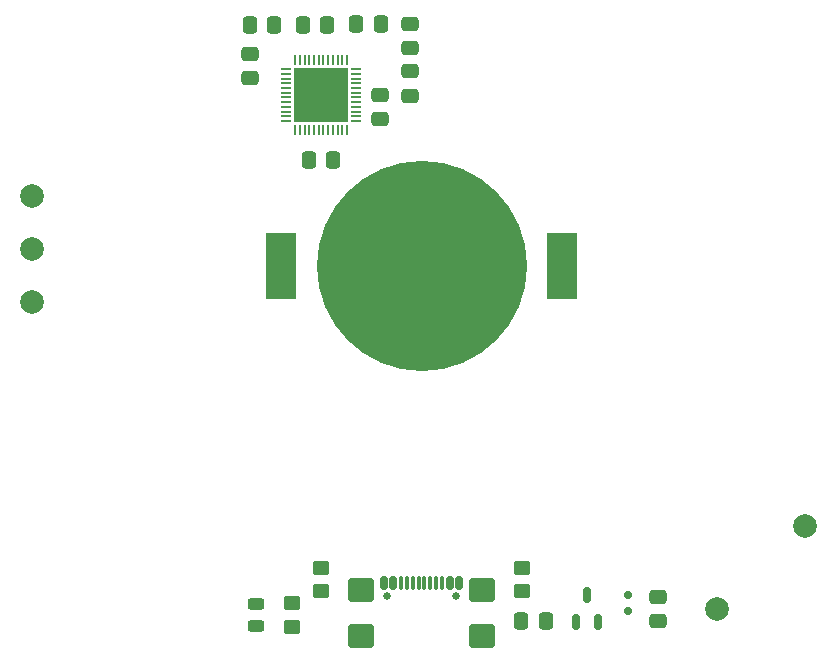
<source format=gbr>
%TF.GenerationSoftware,KiCad,Pcbnew,8.0.3-8.0.3-0~ubuntu24.04.1*%
%TF.CreationDate,2024-06-13T23:21:11+05:00*%
%TF.ProjectId,solartap_mcu_clear_60x60_g400,736f6c61-7274-4617-905f-6d63755f636c,rev?*%
%TF.SameCoordinates,Original*%
%TF.FileFunction,Soldermask,Top*%
%TF.FilePolarity,Negative*%
%FSLAX46Y46*%
G04 Gerber Fmt 4.6, Leading zero omitted, Abs format (unit mm)*
G04 Created by KiCad (PCBNEW 8.0.3-8.0.3-0~ubuntu24.04.1) date 2024-06-13 23:21:11*
%MOMM*%
%LPD*%
G01*
G04 APERTURE LIST*
G04 Aperture macros list*
%AMRoundRect*
0 Rectangle with rounded corners*
0 $1 Rounding radius*
0 $2 $3 $4 $5 $6 $7 $8 $9 X,Y pos of 4 corners*
0 Add a 4 corners polygon primitive as box body*
4,1,4,$2,$3,$4,$5,$6,$7,$8,$9,$2,$3,0*
0 Add four circle primitives for the rounded corners*
1,1,$1+$1,$2,$3*
1,1,$1+$1,$4,$5*
1,1,$1+$1,$6,$7*
1,1,$1+$1,$8,$9*
0 Add four rect primitives between the rounded corners*
20,1,$1+$1,$2,$3,$4,$5,0*
20,1,$1+$1,$4,$5,$6,$7,0*
20,1,$1+$1,$6,$7,$8,$9,0*
20,1,$1+$1,$8,$9,$2,$3,0*%
G04 Aperture macros list end*
%ADD10C,2.000000*%
%ADD11RoundRect,0.250000X0.475000X-0.337500X0.475000X0.337500X-0.475000X0.337500X-0.475000X-0.337500X0*%
%ADD12RoundRect,0.250000X-0.475000X0.337500X-0.475000X-0.337500X0.475000X-0.337500X0.475000X0.337500X0*%
%ADD13RoundRect,0.250000X-0.337500X-0.475000X0.337500X-0.475000X0.337500X0.475000X-0.337500X0.475000X0*%
%ADD14RoundRect,0.250000X0.450000X-0.350000X0.450000X0.350000X-0.450000X0.350000X-0.450000X-0.350000X0*%
%ADD15RoundRect,0.250000X-0.840000X-0.750000X0.840000X-0.750000X0.840000X0.750000X-0.840000X0.750000X0*%
%ADD16RoundRect,0.150000X-0.150000X-0.425000X0.150000X-0.425000X0.150000X0.425000X-0.150000X0.425000X0*%
%ADD17RoundRect,0.075000X-0.075000X-0.500000X0.075000X-0.500000X0.075000X0.500000X-0.075000X0.500000X0*%
%ADD18C,0.650000*%
%ADD19RoundRect,0.243750X-0.456250X0.243750X-0.456250X-0.243750X0.456250X-0.243750X0.456250X0.243750X0*%
%ADD20RoundRect,0.050000X-0.050000X0.350000X-0.050000X-0.350000X0.050000X-0.350000X0.050000X0.350000X0*%
%ADD21RoundRect,0.050000X-0.350000X0.050000X-0.350000X-0.050000X0.350000X-0.050000X0.350000X0.050000X0*%
%ADD22R,4.600000X4.600000*%
%ADD23RoundRect,0.250000X0.337500X0.475000X-0.337500X0.475000X-0.337500X-0.475000X0.337500X-0.475000X0*%
%ADD24RoundRect,0.150000X0.150000X-0.512500X0.150000X0.512500X-0.150000X0.512500X-0.150000X-0.512500X0*%
%ADD25RoundRect,0.150000X0.200000X-0.150000X0.200000X0.150000X-0.200000X0.150000X-0.200000X-0.150000X0*%
%ADD26R,2.600000X5.560000*%
%ADD27C,17.800000*%
%ADD28RoundRect,0.250000X-0.450000X0.350000X-0.450000X-0.350000X0.450000X-0.350000X0.450000X0.350000X0*%
G04 APERTURE END LIST*
D10*
%TO.C,TP1*%
X62000000Y-71500000D03*
%TD*%
D11*
%TO.C,C5*%
X94000000Y-59037500D03*
X94000000Y-56962500D03*
%TD*%
%TO.C,C4*%
X80500000Y-61567500D03*
X80500000Y-59492500D03*
%TD*%
D12*
%TO.C,C3*%
X94000000Y-60962500D03*
X94000000Y-63037500D03*
%TD*%
D10*
%TO.C,TP2*%
X62000000Y-76000000D03*
%TD*%
D13*
%TO.C,C12*%
X103462500Y-107500000D03*
X105537500Y-107500000D03*
%TD*%
D10*
%TO.C,TP3*%
X62000000Y-80500000D03*
%TD*%
D12*
%TO.C,C13*%
X115000000Y-105462500D03*
X115000000Y-107537500D03*
%TD*%
D14*
%TO.C,R1*%
X84000000Y-108000000D03*
X84000000Y-106000000D03*
%TD*%
D13*
%TO.C,C10*%
X80462500Y-57030000D03*
X82537500Y-57030000D03*
%TD*%
%TO.C,C11*%
X84962500Y-57030000D03*
X87037500Y-57030000D03*
%TD*%
D10*
%TO.C,TP6*%
X120000000Y-106500000D03*
%TD*%
D15*
%TO.C,J1*%
X100110000Y-108825000D03*
X100110000Y-104895000D03*
X89890000Y-108825000D03*
X89890000Y-104895000D03*
D16*
X91800000Y-104320000D03*
X92600000Y-104320000D03*
D17*
X93250000Y-104320000D03*
X94250000Y-104320000D03*
X95750000Y-104320000D03*
X96750000Y-104320000D03*
D16*
X97400000Y-104320000D03*
X98200000Y-104320000D03*
X98200000Y-104320000D03*
X97400000Y-104320000D03*
D17*
X96250000Y-104320000D03*
X95250000Y-104320000D03*
X94750000Y-104320000D03*
X93750000Y-104320000D03*
D16*
X92600000Y-104320000D03*
X91800000Y-104320000D03*
D18*
X97890000Y-105395000D03*
X92110000Y-105395000D03*
%TD*%
D19*
%TO.C,D1*%
X81000000Y-106062500D03*
X81000000Y-107937500D03*
%TD*%
D20*
%TO.C,U1*%
X88700000Y-60050000D03*
X88300000Y-60050000D03*
X87900000Y-60050000D03*
X87500000Y-60050000D03*
X87100000Y-60050000D03*
X86700000Y-60050000D03*
X86300000Y-60050000D03*
X85900000Y-60050000D03*
X85500000Y-60050000D03*
X85100000Y-60050000D03*
X84700000Y-60050000D03*
X84300000Y-60050000D03*
D21*
X83550000Y-60800000D03*
X83550000Y-61200000D03*
X83550000Y-61600000D03*
X83550000Y-62000000D03*
X83550000Y-62400000D03*
X83550000Y-62800000D03*
X83550000Y-63200000D03*
X83550000Y-63600000D03*
X83550000Y-64000000D03*
X83550000Y-64400000D03*
X83550000Y-64800000D03*
X83550000Y-65200000D03*
D20*
X84300000Y-65950000D03*
X84700000Y-65950000D03*
X85100000Y-65950000D03*
X85500000Y-65950000D03*
X85900000Y-65950000D03*
X86300000Y-65950000D03*
X86700000Y-65950000D03*
X87100000Y-65950000D03*
X87500000Y-65950000D03*
X87900000Y-65950000D03*
X88300000Y-65950000D03*
X88700000Y-65950000D03*
D21*
X89450000Y-65200000D03*
X89450000Y-64800000D03*
X89450000Y-64400000D03*
X89450000Y-64000000D03*
X89450000Y-63600000D03*
X89450000Y-63200000D03*
X89450000Y-62800000D03*
X89450000Y-62400000D03*
X89450000Y-62000000D03*
X89450000Y-61600000D03*
X89450000Y-61200000D03*
X89450000Y-60800000D03*
D22*
X86500000Y-63000000D03*
%TD*%
D11*
%TO.C,C6*%
X91500000Y-65037500D03*
X91500000Y-62962500D03*
%TD*%
D23*
%TO.C,C2*%
X87537500Y-68500000D03*
X85462500Y-68500000D03*
%TD*%
D10*
%TO.C,TP5*%
X127500000Y-99500000D03*
%TD*%
D24*
%TO.C,U2*%
X109000000Y-105362500D03*
X109950000Y-107637500D03*
X108050000Y-107637500D03*
%TD*%
D25*
%TO.C,D2*%
X112500000Y-106700000D03*
X112500000Y-105300000D03*
%TD*%
D13*
%TO.C,C1*%
X89462500Y-57000000D03*
X91537500Y-57000000D03*
%TD*%
D14*
%TO.C,R2*%
X86500000Y-105000000D03*
X86500000Y-103000000D03*
%TD*%
D26*
%TO.C,BT1*%
X83095000Y-77500000D03*
X106905000Y-77500000D03*
D27*
X95000000Y-77500000D03*
%TD*%
D28*
%TO.C,R3*%
X103500000Y-103000000D03*
X103500000Y-105000000D03*
%TD*%
M02*

</source>
